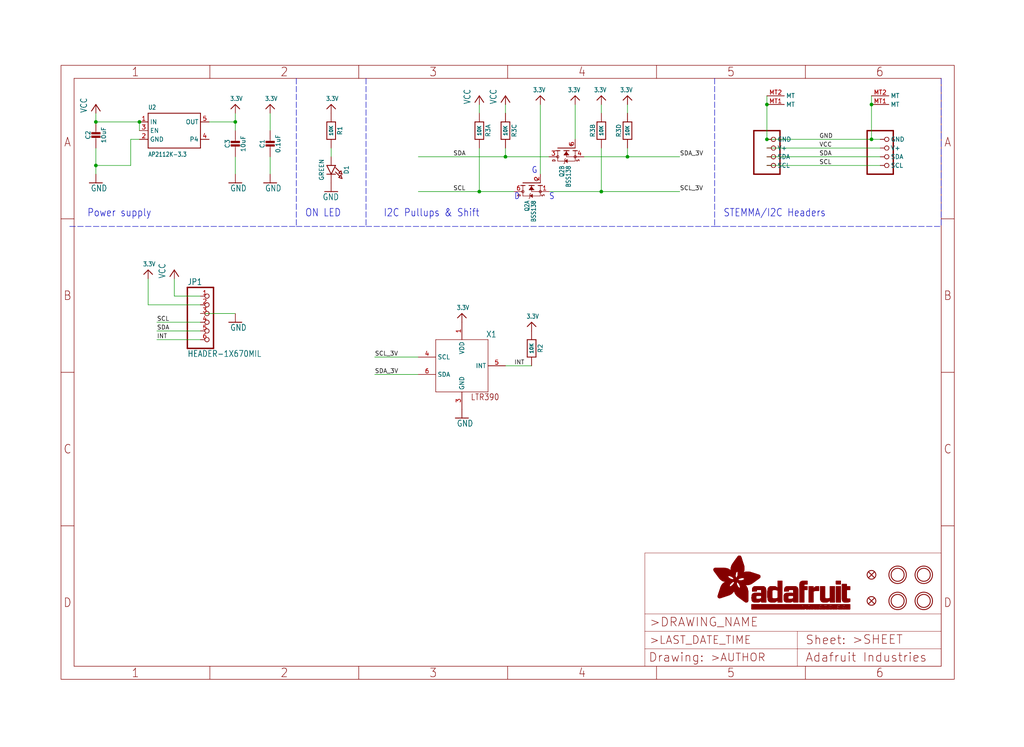
<source format=kicad_sch>
(kicad_sch (version 20211123) (generator eeschema)
  (paper "User" 298.45 217.881)
  (lib_symbols
    (symbol "eagleSchem-eagle-import:3.3V" (power)
      (property "Value" "3.3V" (at -1.524 1.016 0))
      (symbol "3.3V_1_0"
        (pin power_in line (at 0 -2.54 90) (length 2.54) (name "3.3V") (number "1"))
      )
    )
    (symbol "eagleSchem-eagle-import:CAP_CERAMIC0603_NO"
      (property "Reference" "C" (at -2.29 1.25 90))
      (property "Value" "CAP_CERAMIC0603_NO" (at 2.3 1.25 90))
      (symbol "CAP_CERAMIC0603_NO_1_0"
        (pin passive line (at 0 5.08 270) (length 2.54) (name "1") (number "1"))
        (pin passive line (at 0 -2.54 90) (length 2.54) (name "2") (number "2"))
      )
    )
    (symbol "eagleSchem-eagle-import:CAP_CERAMIC0805-NOOUTLINE"
      (property "Reference" "C" (at -2.29 1.25 90))
      (property "Value" "CAP_CERAMIC0805-NOOUTLINE" (at 2.3 1.25 90))
      (symbol "CAP_CERAMIC0805-NOOUTLINE_1_0"
        (pin passive line (at 0 5.08 270) (length 2.54) (name "1") (number "1"))
        (pin passive line (at 0 -2.54 90) (length 2.54) (name "2") (number "2"))
      )
    )
    (symbol "eagleSchem-eagle-import:FIDUCIAL_1MM")
    (symbol "eagleSchem-eagle-import:FRAME_A4_ADAFRUIT"
      (symbol "FRAME_A4_ADAFRUIT_0_0"
        (text "1" (at 21.6958 1.905 0) (effects (font (size 2.54 2.286))))
        (text "1" (at 21.6958 177.165 0) (effects (font (size 2.54 2.286))))
        (text "2" (at 65.0875 1.905 0) (effects (font (size 2.54 2.286))))
        (text "2" (at 65.0875 177.165 0) (effects (font (size 2.54 2.286))))
        (text "3" (at 108.4792 1.905 0) (effects (font (size 2.54 2.286))))
        (text "3" (at 108.4792 177.165 0) (effects (font (size 2.54 2.286))))
        (text "4" (at 151.8708 1.905 0) (effects (font (size 2.54 2.286))))
        (text "4" (at 151.8708 177.165 0) (effects (font (size 2.54 2.286))))
        (text "5" (at 195.2625 1.905 0) (effects (font (size 2.54 2.286))))
        (text "5" (at 195.2625 177.165 0) (effects (font (size 2.54 2.286))))
        (text "6" (at 238.6542 1.905 0) (effects (font (size 2.54 2.286))))
        (text "6" (at 238.6542 177.165 0) (effects (font (size 2.54 2.286))))
        (text "A" (at 1.905 156.6863 0) (effects (font (size 2.54 2.286))))
        (text "A" (at 258.445 156.6863 0) (effects (font (size 2.54 2.286))))
        (text "B" (at 1.905 111.9188 0) (effects (font (size 2.54 2.286))))
        (text "B" (at 258.445 111.9188 0) (effects (font (size 2.54 2.286))))
        (text "C" (at 1.905 67.1513 0) (effects (font (size 2.54 2.286))))
        (text "C" (at 258.445 67.1513 0) (effects (font (size 2.54 2.286))))
        (text "D" (at 1.905 22.3838 0) (effects (font (size 2.54 2.286))))
        (text "D" (at 258.445 22.3838 0) (effects (font (size 2.54 2.286))))
      )
      (symbol "FRAME_A4_ADAFRUIT_1_0"
        (text ">AUTHOR" (at 189.23 5.08 0) (effects (font (size 2.286 2.286)) (justify left bottom)))
        (text ">DRAWING_NAME" (at 171.45 15.24 0) (effects (font (size 2.54 2.54)) (justify left bottom)))
        (text ">LAST_DATE_TIME" (at 171.45 10.16 0) (effects (font (size 2.286 2.286)) (justify left bottom)))
        (text ">SHEET" (at 230.505 10.16 0) (effects (font (size 2.54 2.54)) (justify left bottom)))
        (text "Adafruit Industries" (at 216.916 4.953 0) (effects (font (size 2.54 2.54)) (justify left bottom)))
        (text "Drawing:" (at 171.196 4.953 0) (effects (font (size 2.54 2.54)) (justify left bottom)))
        (text "Sheet:" (at 216.916 10.033 0) (effects (font (size 2.54 2.54)) (justify left bottom)))
      )
    )
    (symbol "eagleSchem-eagle-import:GND" (power)
      (property "Value" "GND" (at -2.54 -2.54 0))
      (symbol "GND_1_0"
        (pin power_in line (at 0 2.54 270) (length 2.54) (name "GND") (number "1"))
      )
    )
    (symbol "eagleSchem-eagle-import:HEADER-1X670MIL"
      (property "Reference" "JP" (at -6.35 10.795 0))
      (property "Value" "HEADER-1X670MIL" (at -6.35 -10.16 0))
      (symbol "HEADER-1X670MIL_1_0"
        (pin passive inverted (at -2.54 7.62 0) (length 2.54) (name "1") (number "1"))
        (pin passive inverted (at -2.54 5.08 0) (length 2.54) (name "2") (number "2"))
        (pin passive inverted (at -2.54 2.54 0) (length 2.54) (name "3") (number "3"))
        (pin passive inverted (at -2.54 0 0) (length 2.54) (name "4") (number "4"))
        (pin passive inverted (at -2.54 -2.54 0) (length 2.54) (name "5") (number "5"))
        (pin passive inverted (at -2.54 -5.08 0) (length 2.54) (name "6") (number "6"))
      )
    )
    (symbol "eagleSchem-eagle-import:LED0603_NOOUTLINE"
      (property "Reference" "D" (at -1.27 4.445 0))
      (property "Value" "LED0603_NOOUTLINE" (at -1.27 -2.794 0))
      (symbol "LED0603_NOOUTLINE_1_0"
        (pin passive line (at -5.08 0 0) (length 2.54) (name "A") (number "A"))
        (pin passive line (at 2.54 0 180) (length 2.54) (name "C") (number "C"))
      )
    )
    (symbol "eagleSchem-eagle-import:LTR390"
      (property "Reference" "X" (at 10.16 10.16 0))
      (symbol "LTR390_1_0"
        (text "LTR390" (at 2.54 -10.16 0) (effects (font (size 1.778 1.5113)) (justify left bottom)))
        (pin power_in line (at 0 12.7 270) (length 5.08) (name "VDD") (number "1"))
        (pin power_in line (at 0 -12.7 90) (length 5.08) (name "GND") (number "3"))
        (pin bidirectional line (at -12.7 2.54 0) (length 5.08) (name "SCL") (number "4"))
        (pin bidirectional line (at 12.7 0 180) (length 5.08) (name "INT") (number "5"))
        (pin bidirectional line (at -12.7 -2.54 0) (length 5.08) (name "SDA") (number "6"))
      )
    )
    (symbol "eagleSchem-eagle-import:MOSFET-N_DUAL"
      (property "Reference" "Q" (at 5.08 0.635 0))
      (property "Value" "MOSFET-N_DUAL" (at 5.08 -1.27 0))
      (symbol "MOSFET-N_DUAL_1_0"
        (text "D" (at 3.175 3.175 0) (effects (font (size 0.8128 0.6908)) (justify left bottom)))
        (text "G" (at -1.27 -1.905 0) (effects (font (size 0.8128 0.6908)) (justify left bottom)))
        (text "S" (at 3.175 -3.81 0) (effects (font (size 0.8128 0.6908)) (justify left bottom)))
        (pin bidirectional line (at 2.54 -5.08 90) (length 2.54) (name "S") (number "1"))
        (pin bidirectional line (at -2.54 -2.54 0) (length 2.54) (name "G") (number "2"))
        (pin bidirectional line (at 2.54 5.08 270) (length 2.54) (name "D") (number "6"))
      )
      (symbol "MOSFET-N_DUAL_2_0"
        (text "D" (at 3.175 3.175 0) (effects (font (size 0.8128 0.6908)) (justify left bottom)))
        (text "G" (at -1.27 -1.905 0) (effects (font (size 0.8128 0.6908)) (justify left bottom)))
        (text "S" (at 3.175 -3.81 0) (effects (font (size 0.8128 0.6908)) (justify left bottom)))
        (pin bidirectional line (at 2.54 5.08 270) (length 2.54) (name "D") (number "3"))
        (pin bidirectional line (at 2.54 -5.08 90) (length 2.54) (name "S") (number "4"))
        (pin bidirectional line (at -2.54 -2.54 0) (length 2.54) (name "G") (number "5"))
      )
    )
    (symbol "eagleSchem-eagle-import:MOUNTINGHOLE2.5")
    (symbol "eagleSchem-eagle-import:RESISTOR_0603_NOOUT"
      (property "Reference" "R" (at 0 2.54 0))
      (property "Value" "RESISTOR_0603_NOOUT" (at 0 0 0))
      (symbol "RESISTOR_0603_NOOUT_1_0"
        (pin passive line (at -5.08 0 0) (length 2.54) (name "1") (number "1"))
        (pin passive line (at 5.08 0 180) (length 2.54) (name "2") (number "2"))
      )
    )
    (symbol "eagleSchem-eagle-import:RESISTOR_4PACK"
      (property "Reference" "R" (at 0 2.54 0))
      (property "Value" "RESISTOR_4PACK" (at 0 0 0))
      (symbol "RESISTOR_4PACK_1_0"
        (pin passive line (at -5.08 0 0) (length 2.54) (name "1") (number "1"))
        (pin passive line (at 5.08 0 180) (length 2.54) (name "2") (number "8"))
      )
      (symbol "RESISTOR_4PACK_2_0"
        (pin passive line (at -5.08 0 0) (length 2.54) (name "1") (number "2"))
        (pin passive line (at 5.08 0 180) (length 2.54) (name "2") (number "7"))
      )
      (symbol "RESISTOR_4PACK_3_0"
        (pin passive line (at -5.08 0 0) (length 2.54) (name "1") (number "3"))
        (pin passive line (at 5.08 0 180) (length 2.54) (name "2") (number "6"))
      )
      (symbol "RESISTOR_4PACK_4_0"
        (pin passive line (at -5.08 0 0) (length 2.54) (name "1") (number "4"))
        (pin passive line (at 5.08 0 180) (length 2.54) (name "2") (number "5"))
      )
    )
    (symbol "eagleSchem-eagle-import:STEMMA_I2C_QT"
      (symbol "STEMMA_I2C_QT_1_0"
        (pin passive inverted (at 0 5.08 0) (length 2.54) (name "GND") (number "1"))
        (pin passive inverted (at 0 2.54 0) (length 2.54) (name "V+") (number "2"))
        (pin passive inverted (at 0 0 0) (length 2.54) (name "SDA") (number "3"))
        (pin passive inverted (at 0 -2.54 0) (length 2.54) (name "SCL") (number "4"))
      )
      (symbol "STEMMA_I2C_QT_2_0"
        (pin bidirectional line (at 0 0 0) (length 5.08) (name "MT") (number "MT1"))
      )
      (symbol "STEMMA_I2C_QT_3_0"
        (pin bidirectional line (at 0 0 0) (length 5.08) (name "MT") (number "MT2"))
      )
    )
    (symbol "eagleSchem-eagle-import:VCC" (power)
      (property "Value" "VCC" (at -2.54 -2.54 90))
      (symbol "VCC_1_0"
        (pin power_in line (at 0 -2.54 90) (length 2.54) (name "VCC") (number "1"))
      )
    )
    (symbol "eagleSchem-eagle-import:VREG_SOT23-5"
      (property "Reference" "U" (at -7.62 6.096 0))
      (property "Value" "VREG_SOT23-5" (at -7.62 -7.62 0))
      (symbol "VREG_SOT23-5_1_0"
        (pin power_in line (at -10.16 2.54 0) (length 2.54) (name "IN") (number "1"))
        (pin power_in line (at -10.16 -2.54 0) (length 2.54) (name "GND") (number "2"))
        (pin input line (at -10.16 0 0) (length 2.54) (name "EN") (number "3"))
        (pin bidirectional line (at 10.16 -2.54 180) (length 2.54) (name "P4") (number "4"))
        (pin power_in line (at 10.16 2.54 180) (length 2.54) (name "OUT") (number "5"))
      )
    )
  )
  (junction (at 40.64 35.56))
  (junction (at 27.94 35.56))
  (junction (at 147.32 45.72))
  (junction (at 254 30.48))
  (junction (at 223.52 40.64))
  (junction (at 175.26 55.88))
  (junction (at 68.58 35.56))
  (junction (at 182.88 45.72))
  (junction (at 223.52 30.48))
  (junction (at 139.7 55.88))
  (junction (at 254 40.64))
  (junction (at 27.94 48.26))
  (wire (pts (xy 68.58 45.72) (xy 68.58 50.8)))
  (wire (pts (xy 223.52 43.18) (xy 256.54 43.18)))
  (wire (pts (xy 182.88 43.18) (xy 182.88 45.72)))
  (wire (pts (xy 40.64 35.56) (xy 27.94 35.56)))
  (polyline (pts (xy 20.32 66.04) (xy 86.36 66.04)))
  (wire (pts (xy 223.52 48.26) (xy 256.54 48.26)))
  (wire (pts (xy 38.1 48.26) (xy 27.94 48.26)))
  (wire (pts (xy 175.26 33.02) (xy 175.26 30.48)))
  (wire (pts (xy 160.02 55.88) (xy 175.26 55.88)))
  (wire (pts (xy 256.54 40.64) (xy 254 40.64)))
  (wire (pts (xy 38.1 40.64) (xy 38.1 48.26)))
  (wire (pts (xy 170.18 45.72) (xy 182.88 45.72)))
  (wire (pts (xy 58.42 99.06) (xy 45.72 99.06)))
  (wire (pts (xy 175.26 55.88) (xy 198.12 55.88)))
  (wire (pts (xy 147.32 43.18) (xy 147.32 45.72)))
  (wire (pts (xy 109.22 104.14) (xy 121.92 104.14)))
  (polyline (pts (xy 208.28 66.04) (xy 274.32 66.04)))
  (polyline (pts (xy 208.28 22.86) (xy 208.28 66.04)))
  (wire (pts (xy 68.58 35.56) (xy 68.58 33.02)))
  (wire (pts (xy 139.7 30.48) (xy 139.7 33.02)))
  (wire (pts (xy 96.52 45.72) (xy 96.52 43.18)))
  (wire (pts (xy 175.26 43.18) (xy 175.26 55.88)))
  (wire (pts (xy 254 30.48) (xy 254 40.64)))
  (wire (pts (xy 27.94 48.26) (xy 27.94 43.18)))
  (wire (pts (xy 43.18 88.9) (xy 43.18 81.28)))
  (wire (pts (xy 157.48 50.8) (xy 157.48 30.48)))
  (wire (pts (xy 78.74 33.02) (xy 78.74 38.1)))
  (wire (pts (xy 58.42 93.98) (xy 45.72 93.98)))
  (wire (pts (xy 60.96 35.56) (xy 68.58 35.56)))
  (wire (pts (xy 147.32 33.02) (xy 147.32 30.48)))
  (wire (pts (xy 121.92 109.22) (xy 109.22 109.22)))
  (wire (pts (xy 58.42 86.36) (xy 50.8 86.36)))
  (wire (pts (xy 50.8 86.36) (xy 50.8 81.28)))
  (wire (pts (xy 27.94 48.26) (xy 27.94 50.8)))
  (wire (pts (xy 68.58 35.56) (xy 68.58 38.1)))
  (wire (pts (xy 160.02 45.72) (xy 147.32 45.72)))
  (wire (pts (xy 27.94 33.02) (xy 27.94 35.56)))
  (polyline (pts (xy 106.68 66.04) (xy 208.28 66.04)))
  (wire (pts (xy 147.32 106.68) (xy 154.94 106.68)))
  (wire (pts (xy 40.64 38.1) (xy 40.64 35.56)))
  (wire (pts (xy 223.52 27.94) (xy 223.52 30.48)))
  (wire (pts (xy 182.88 33.02) (xy 182.88 30.48)))
  (wire (pts (xy 58.42 88.9) (xy 43.18 88.9)))
  (wire (pts (xy 78.74 45.72) (xy 78.74 50.8)))
  (wire (pts (xy 139.7 55.88) (xy 121.92 55.88)))
  (wire (pts (xy 254 27.94) (xy 254 30.48)))
  (wire (pts (xy 254 40.64) (xy 223.52 40.64)))
  (wire (pts (xy 256.54 45.72) (xy 223.52 45.72)))
  (polyline (pts (xy 274.32 22.86) (xy 274.32 66.04)))
  (wire (pts (xy 149.86 55.88) (xy 139.7 55.88)))
  (wire (pts (xy 139.7 43.18) (xy 139.7 55.88)))
  (wire (pts (xy 182.88 45.72) (xy 198.12 45.72)))
  (polyline (pts (xy 106.68 22.86) (xy 106.68 66.04)))
  (wire (pts (xy 147.32 45.72) (xy 121.92 45.72)))
  (wire (pts (xy 223.52 30.48) (xy 223.52 40.64)))
  (wire (pts (xy 58.42 91.44) (xy 68.58 91.44)))
  (polyline (pts (xy 86.36 66.04) (xy 106.68 66.04)))
  (wire (pts (xy 40.64 40.64) (xy 38.1 40.64)))
  (polyline (pts (xy 86.36 22.86) (xy 86.36 66.04)))
  (wire (pts (xy 167.64 40.64) (xy 167.64 30.48)))
  (wire (pts (xy 58.42 96.52) (xy 45.72 96.52)))
  (text "S" (at 160.02 58.42 180) (effects (font (size 1.778 1.5113)) (justify left bottom)))
  (text "D" (at 149.86 58.42 180) (effects (font (size 1.778 1.5113)) (justify left bottom)))
  (text "G" (at 154.94 50.8 180) (effects (font (size 1.778 1.5113)) (justify left bottom)))
  (text "I2C Pullups & Shift" (at 111.76 63.5 180) (effects (font (size 2.1844 1.8567)) (justify left bottom)))
  (text "ON LED" (at 88.9 63.5 180) (effects (font (size 2.1844 1.8567)) (justify left bottom)))
  (text "Power supply" (at 25.4 63.5 180) (effects (font (size 2.1844 1.8567)) (justify left bottom)))
  (text "STEMMA/I2C Headers" (at 210.82 63.5 180) (effects (font (size 2.1844 1.8567)) (justify left bottom)))
  (label "SCL" (at 132.08 55.88 0) (effects (font (size 1.2446 1.2446))))
  (label "SDA" (at 45.72 96.52 0) (effects (font (size 1.2446 1.2446))))
  (label "SCL_3V" (at 109.22 104.14 0) (effects (font (size 1.2446 1.2446))))
  (label "SCL" (at 45.72 93.98 0) (effects (font (size 1.2446 1.2446))))
  (label "VCC" (at 238.76 43.18 0) (effects (font (size 1.2446 1.2446))))
  (label "SDA_3V" (at 109.22 109.22 0) (effects (font (size 1.2446 1.2446))))
  (label "SDA_3V" (at 198.12 45.72 0) (effects (font (size 1.2446 1.2446))))
  (label "SCL_3V" (at 198.12 55.88 0) (effects (font (size 1.2446 1.2446))))
  (label "SDA" (at 238.76 45.72 0) (effects (font (size 1.2446 1.2446))))
  (label "INT" (at 149.86 106.68 0) (effects (font (size 1.2446 1.2446))))
  (label "GND" (at 238.76 40.64 0) (effects (font (size 1.2446 1.2446))))
  (label "SCL" (at 238.76 48.26 0) (effects (font (size 1.2446 1.2446))))
  (label "INT" (at 45.72 99.06 0) (effects (font (size 1.2446 1.2446))))
  (label "SDA" (at 132.08 45.72 0) (effects (font (size 1.2446 1.2446))))
  (symbol (lib_id "eagleSchem-eagle-import:3.3V") (at 134.62 91.44 0) (unit 1)
    (property "Reference" "#U$8" (effects hide))
    (property "Value" "3.3V" (at 133.096 90.424 0) (effects (font (size 1.27 1.0795)) (justify left bottom)))
    (property "Footprint" "eagleSchem:" (effects hide))
  )
  (symbol (lib_id "eagleSchem-eagle-import:CAP_CERAMIC0805-NOOUTLINE") (at 68.58 43.18 0) (unit 1)
    (property "Reference" "C3" (at 66.29 41.93 90))
    (property "Value" "10uF" (at 70.88 41.93 90))
    (property "Footprint" "eagleSchem:0805-NO" (effects hide))
  )
  (symbol (lib_id "eagleSchem-eagle-import:GND") (at 68.58 53.34 0) (unit 1)
    (property "Reference" "#U$5" (effects hide))
    (property "Value" "GND" (at 67.056 55.88 0) (effects (font (size 1.778 1.5113)) (justify left bottom)))
    (property "Footprint" "eagleSchem:" (effects hide))
  )
  (symbol (lib_id "eagleSchem-eagle-import:STEMMA_I2C_QT") (at 254 27.94 0) (unit 3)
    (property "Reference" "CONN4" (effects hide))
    (property "Value" "STEMMA_I2C_QT" (effects hide))
    (property "Footprint" "eagleSchem:JST_SH4" (effects hide))
  )
  (symbol (lib_id "eagleSchem-eagle-import:3.3V") (at 182.88 27.94 0) (mirror y) (unit 1)
    (property "Reference" "#U$7" (effects hide))
    (property "Value" "3.3V" (at 184.404 26.924 0) (effects (font (size 1.27 1.0795)) (justify left bottom)))
    (property "Footprint" "eagleSchem:" (effects hide))
  )
  (symbol (lib_id "eagleSchem-eagle-import:FIDUCIAL_1MM") (at 254 175.26 0) (unit 1)
    (property "Reference" "FID3" (effects hide))
    (property "Value" "FIDUCIAL_1MM" (effects hide))
    (property "Footprint" "eagleSchem:FIDUCIAL_1MM" (effects hide))
  )
  (symbol (lib_id "eagleSchem-eagle-import:HEADER-1X670MIL") (at 60.96 93.98 0) (unit 1)
    (property "Reference" "JP1" (at 54.61 83.185 0) (effects (font (size 1.778 1.5113)) (justify left bottom)))
    (property "Value" "HEADER-1X670MIL" (at 54.61 104.14 0) (effects (font (size 1.778 1.5113)) (justify left bottom)))
    (property "Footprint" "eagleSchem:1X06_ROUND_70" (effects hide))
  )
  (symbol (lib_id "eagleSchem-eagle-import:FRAME_A4_ADAFRUIT") (at 17.78 198.12 0) (unit 1)
    (property "Reference" "#U$18" (effects hide))
    (property "Value" "FRAME_A4_ADAFRUIT" (effects hide))
    (property "Footprint" "eagleSchem:" (effects hide))
  )
  (symbol (lib_id "eagleSchem-eagle-import:CAP_CERAMIC0805-NOOUTLINE") (at 27.94 40.64 0) (unit 1)
    (property "Reference" "C2" (at 25.65 39.39 90))
    (property "Value" "10uF" (at 30.24 39.39 90))
    (property "Footprint" "eagleSchem:0805-NO" (effects hide))
  )
  (symbol (lib_id "eagleSchem-eagle-import:3.3V") (at 96.52 30.48 0) (unit 1)
    (property "Reference" "#U$3" (effects hide))
    (property "Value" "3.3V" (at 94.996 29.464 0) (effects (font (size 1.27 1.0795)) (justify left bottom)))
    (property "Footprint" "eagleSchem:" (effects hide))
  )
  (symbol (lib_id "eagleSchem-eagle-import:MOUNTINGHOLE2.5") (at 269.24 167.64 0) (unit 1)
    (property "Reference" "U$19" (effects hide))
    (property "Value" "MOUNTINGHOLE2.5" (effects hide))
    (property "Footprint" "eagleSchem:MOUNTINGHOLE_2.5_PLATED" (effects hide))
  )
  (symbol (lib_id "eagleSchem-eagle-import:GND") (at 134.62 121.92 0) (unit 1)
    (property "Reference" "#U$9" (effects hide))
    (property "Value" "GND" (at 133.096 124.46 0) (effects (font (size 1.778 1.5113)) (justify left bottom)))
    (property "Footprint" "eagleSchem:" (effects hide))
  )
  (symbol (lib_id "eagleSchem-eagle-import:GND") (at 68.58 93.98 0) (unit 1)
    (property "Reference" "#U$10" (effects hide))
    (property "Value" "GND" (at 67.056 96.52 0) (effects (font (size 1.778 1.5113)) (justify left bottom)))
    (property "Footprint" "eagleSchem:" (effects hide))
  )
  (symbol (lib_id "eagleSchem-eagle-import:FIDUCIAL_1MM") (at 254 167.64 0) (unit 1)
    (property "Reference" "FID4" (effects hide))
    (property "Value" "FIDUCIAL_1MM" (effects hide))
    (property "Footprint" "eagleSchem:FIDUCIAL_1MM" (effects hide))
  )
  (symbol (lib_id "eagleSchem-eagle-import:3.3V") (at 68.58 30.48 0) (unit 1)
    (property "Reference" "#U$15" (effects hide))
    (property "Value" "3.3V" (at 67.056 29.464 0) (effects (font (size 1.27 1.0795)) (justify left bottom)))
    (property "Footprint" "eagleSchem:" (effects hide))
  )
  (symbol (lib_id "eagleSchem-eagle-import:STEMMA_I2C_QT") (at 223.52 45.72 0) (unit 1)
    (property "Reference" "CONN3" (effects hide))
    (property "Value" "STEMMA_I2C_QT" (effects hide))
    (property "Footprint" "eagleSchem:JST_SH4" (effects hide))
  )
  (symbol (lib_id "eagleSchem-eagle-import:STEMMA_I2C_QT") (at 256.54 45.72 0) (unit 1)
    (property "Reference" "CONN4" (effects hide))
    (property "Value" "STEMMA_I2C_QT" (effects hide))
    (property "Footprint" "eagleSchem:JST_SH4" (effects hide))
  )
  (symbol (lib_id "eagleSchem-eagle-import:3.3V") (at 154.94 93.98 0) (unit 1)
    (property "Reference" "#U$2" (effects hide))
    (property "Value" "3.3V" (at 153.416 92.964 0) (effects (font (size 1.27 1.0795)) (justify left bottom)))
    (property "Footprint" "eagleSchem:" (effects hide))
  )
  (symbol (lib_id "eagleSchem-eagle-import:STEMMA_I2C_QT") (at 254 30.48 0) (unit 2)
    (property "Reference" "CONN4" (effects hide))
    (property "Value" "STEMMA_I2C_QT" (effects hide))
    (property "Footprint" "eagleSchem:JST_SH4" (effects hide))
  )
  (symbol (lib_id "eagleSchem-eagle-import:MOUNTINGHOLE2.5") (at 261.62 167.64 0) (unit 1)
    (property "Reference" "U$17" (effects hide))
    (property "Value" "MOUNTINGHOLE2.5" (effects hide))
    (property "Footprint" "eagleSchem:MOUNTINGHOLE_2.5_PLATED" (effects hide))
  )
  (symbol (lib_id "eagleSchem-eagle-import:LTR390") (at 134.62 106.68 0) (unit 1)
    (property "Reference" "X1" (at 144.78 96.52 0) (effects (font (size 1.778 1.5113)) (justify right top)))
    (property "Value" "LTR390" (effects hide))
    (property "Footprint" "eagleSchem:LTR390" (effects hide))
  )
  (symbol (lib_id "eagleSchem-eagle-import:3.3V") (at 43.18 78.74 0) (unit 1)
    (property "Reference" "#U$16" (effects hide))
    (property "Value" "3.3V" (at 41.656 77.724 0) (effects (font (size 1.27 1.0795)) (justify left bottom)))
    (property "Footprint" "eagleSchem:" (effects hide))
  )
  (symbol (lib_id "eagleSchem-eagle-import:MOSFET-N_DUAL") (at 165.1 43.18 90) (mirror x) (unit 2)
    (property "Reference" "Q2" (at 164.465 48.26 0) (effects (font (size 1.27 1.0795)) (justify left bottom)))
    (property "Value" "BSS138" (at 166.37 48.26 0) (effects (font (size 1.27 1.0795)) (justify left bottom)))
    (property "Footprint" "eagleSchem:SOT363" (effects hide))
  )
  (symbol (lib_id "eagleSchem-eagle-import:3.3V") (at 167.64 27.94 0) (mirror y) (unit 1)
    (property "Reference" "#U$23" (effects hide))
    (property "Value" "3.3V" (at 169.164 26.924 0) (effects (font (size 1.27 1.0795)) (justify left bottom)))
    (property "Footprint" "eagleSchem:" (effects hide))
  )
  (symbol (lib_id "eagleSchem-eagle-import:RESISTOR_4PACK") (at 147.32 38.1 270) (unit 3)
    (property "Reference" "R3" (at 149.86 38.1 0))
    (property "Value" "10K" (at 147.32 38.1 0) (effects (font (size 1.016 1.016) bold)))
    (property "Footprint" "eagleSchem:RESPACK_4X0603" (effects hide))
  )
  (symbol (lib_id "eagleSchem-eagle-import:GND") (at 27.94 53.34 0) (unit 1)
    (property "Reference" "#U$13" (effects hide))
    (property "Value" "GND" (at 26.416 55.88 0) (effects (font (size 1.778 1.5113)) (justify left bottom)))
    (property "Footprint" "eagleSchem:" (effects hide))
  )
  (symbol (lib_id "eagleSchem-eagle-import:VCC") (at 50.8 78.74 0) (unit 1)
    (property "Reference" "#P+4" (effects hide))
    (property "Value" "VCC" (at 48.26 81.28 90) (effects (font (size 1.778 1.5113)) (justify left bottom)))
    (property "Footprint" "eagleSchem:" (effects hide))
  )
  (symbol (lib_id "eagleSchem-eagle-import:RESISTOR_0603_NOOUT") (at 154.94 101.6 270) (unit 1)
    (property "Reference" "R2" (at 157.48 101.6 0))
    (property "Value" "10K" (at 154.94 101.6 0) (effects (font (size 1.016 1.016) bold)))
    (property "Footprint" "eagleSchem:0603-NO" (effects hide))
  )
  (symbol (lib_id "eagleSchem-eagle-import:VCC") (at 27.94 30.48 0) (unit 1)
    (property "Reference" "#P+3" (effects hide))
    (property "Value" "VCC" (at 25.4 33.02 90) (effects (font (size 1.778 1.5113)) (justify left bottom)))
    (property "Footprint" "eagleSchem:" (effects hide))
  )
  (symbol (lib_id "eagleSchem-eagle-import:MOUNTINGHOLE2.5") (at 269.24 175.26 0) (unit 1)
    (property "Reference" "U$21" (effects hide))
    (property "Value" "MOUNTINGHOLE2.5" (effects hide))
    (property "Footprint" "eagleSchem:MOUNTINGHOLE_2.5_PLATED" (effects hide))
  )
  (symbol (lib_id "eagleSchem-eagle-import:3.3V") (at 78.74 30.48 0) (unit 1)
    (property "Reference" "#U$14" (effects hide))
    (property "Value" "3.3V" (at 77.216 29.464 0) (effects (font (size 1.27 1.0795)) (justify left bottom)))
    (property "Footprint" "eagleSchem:" (effects hide))
  )
  (symbol (lib_id "eagleSchem-eagle-import:GND") (at 78.74 53.34 0) (unit 1)
    (property "Reference" "#U$6" (effects hide))
    (property "Value" "GND" (at 77.216 55.88 0) (effects (font (size 1.778 1.5113)) (justify left bottom)))
    (property "Footprint" "eagleSchem:" (effects hide))
  )
  (symbol (lib_id "eagleSchem-eagle-import:VREG_SOT23-5") (at 50.8 38.1 0) (unit 1)
    (property "Reference" "U2" (at 43.18 32.004 0) (effects (font (size 1.27 1.0795)) (justify left bottom)))
    (property "Value" "AP2112K-3.3" (at 43.18 45.72 0) (effects (font (size 1.27 1.0795)) (justify left bottom)))
    (property "Footprint" "eagleSchem:SOT23-5" (effects hide))
  )
  (symbol (lib_id "eagleSchem-eagle-import:LED0603_NOOUTLINE") (at 96.52 50.8 270) (unit 1)
    (property "Reference" "D1" (at 100.965 49.53 0))
    (property "Value" "GREEN" (at 93.726 49.53 0))
    (property "Footprint" "eagleSchem:CHIPLED_0603_NOOUTLINE" (effects hide))
  )
  (symbol (lib_id "eagleSchem-eagle-import:3.3V") (at 175.26 27.94 0) (mirror y) (unit 1)
    (property "Reference" "#U$24" (effects hide))
    (property "Value" "3.3V" (at 176.784 26.924 0) (effects (font (size 1.27 1.0795)) (justify left bottom)))
    (property "Footprint" "eagleSchem:" (effects hide))
  )
  (symbol (lib_id "eagleSchem-eagle-import:GND") (at 96.52 55.88 0) (unit 1)
    (property "Reference" "#GND6" (effects hide))
    (property "Value" "GND" (at 93.98 58.42 0) (effects (font (size 1.778 1.5113)) (justify left bottom)))
    (property "Footprint" "eagleSchem:" (effects hide))
  )
  (symbol (lib_id "eagleSchem-eagle-import:3.3V") (at 157.48 27.94 0) (mirror y) (unit 1)
    (property "Reference" "#U$26" (effects hide))
    (property "Value" "3.3V" (at 159.004 26.924 0) (effects (font (size 1.27 1.0795)) (justify left bottom)))
    (property "Footprint" "eagleSchem:" (effects hide))
  )
  (symbol (lib_id "eagleSchem-eagle-import:RESISTOR_4PACK") (at 182.88 38.1 90) (mirror x) (unit 4)
    (property "Reference" "R3" (at 180.34 38.1 0))
    (property "Value" "10K" (at 182.88 38.1 0) (effects (font (size 1.016 1.016) bold)))
    (property "Footprint" "eagleSchem:RESPACK_4X0603" (effects hide))
  )
  (symbol (lib_id "eagleSchem-eagle-import:RESISTOR_4PACK") (at 139.7 38.1 270) (unit 1)
    (property "Reference" "R3" (at 142.24 38.1 0))
    (property "Value" "10K" (at 139.7 38.1 0) (effects (font (size 1.016 1.016) bold)))
    (property "Footprint" "eagleSchem:RESPACK_4X0603" (effects hide))
  )
  (symbol (lib_id "eagleSchem-eagle-import:STEMMA_I2C_QT") (at 223.52 30.48 0) (unit 2)
    (property "Reference" "CONN3" (effects hide))
    (property "Value" "STEMMA_I2C_QT" (effects hide))
    (property "Footprint" "eagleSchem:JST_SH4" (effects hide))
  )
  (symbol (lib_id "eagleSchem-eagle-import:CAP_CERAMIC0603_NO") (at 78.74 43.18 0) (unit 1)
    (property "Reference" "C1" (at 76.45 41.93 90))
    (property "Value" "0.1uF" (at 81.04 41.93 90))
    (property "Footprint" "eagleSchem:0603-NO" (effects hide))
  )
  (symbol (lib_id "eagleSchem-eagle-import:VCC") (at 139.7 27.94 0) (unit 1)
    (property "Reference" "#P+1" (effects hide))
    (property "Value" "VCC" (at 137.16 30.48 90) (effects (font (size 1.778 1.5113)) (justify left bottom)))
    (property "Footprint" "eagleSchem:" (effects hide))
  )
  (symbol (lib_id "eagleSchem-eagle-import:RESISTOR_4PACK") (at 175.26 38.1 90) (mirror x) (unit 2)
    (property "Reference" "R3" (at 172.72 38.1 0))
    (property "Value" "10K" (at 175.26 38.1 0) (effects (font (size 1.016 1.016) bold)))
    (property "Footprint" "eagleSchem:RESPACK_4X0603" (effects hide))
  )
  (symbol (lib_id "eagleSchem-eagle-import:MOUNTINGHOLE2.5") (at 261.62 175.26 0) (unit 1)
    (property "Reference" "U$1" (effects hide))
    (property "Value" "MOUNTINGHOLE2.5" (effects hide))
    (property "Footprint" "eagleSchem:MOUNTINGHOLE_2.5_PLATED" (effects hide))
  )
  (symbol (lib_id "eagleSchem-eagle-import:MOSFET-N_DUAL") (at 154.94 53.34 90) (mirror x) (unit 1)
    (property "Reference" "Q2" (at 154.305 58.42 0) (effects (font (size 1.27 1.0795)) (justify left bottom)))
    (property "Value" "BSS138" (at 156.21 58.42 0) (effects (font (size 1.27 1.0795)) (justify left bottom)))
    (property "Footprint" "eagleSchem:SOT363" (effects hide))
  )
  (symbol (lib_id "eagleSchem-eagle-import:VCC") (at 147.32 27.94 0) (unit 1)
    (property "Reference" "#P+2" (effects hide))
    (property "Value" "VCC" (at 144.78 30.48 90) (effects (font (size 1.778 1.5113)) (justify left bottom)))
    (property "Footprint" "eagleSchem:" (effects hide))
  )
  (symbol (lib_id "eagleSchem-eagle-import:STEMMA_I2C_QT") (at 223.52 27.94 0) (unit 3)
    (property "Reference" "CONN3" (effects hide))
    (property "Value" "STEMMA_I2C_QT" (effects hide))
    (property "Footprint" "eagleSchem:JST_SH4" (effects hide))
  )
  (symbol (lib_id "eagleSchem-eagle-import:RESISTOR_0603_NOOUT") (at 96.52 38.1 270) (unit 1)
    (property "Reference" "R1" (at 99.06 38.1 0))
    (property "Value" "10K" (at 96.52 38.1 0) (effects (font (size 1.016 1.016) bold)))
    (property "Footprint" "eagleSchem:0603-NO" (effects hide))
  )
)
</source>
